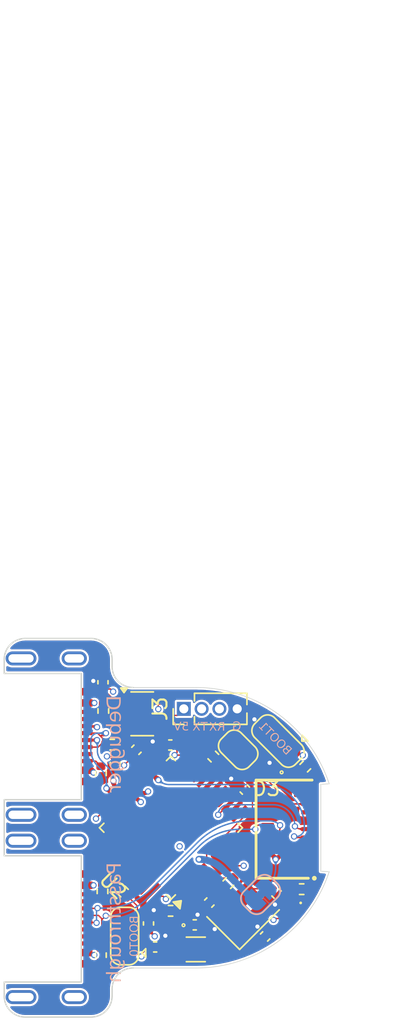
<source format=kicad_pcb>
(kicad_pcb (version 20240108) (generator "pcbnew") (generator_version "8.0")
  (layers (0 "F.Cu" signal) (1 "In1.Cu" signal) (2 "In2.Cu" signal) (31 "B.Cu" signal) (34 "B.Paste" user) (35 "F.Paste" user) (36 "B.SilkS" user "B.Silkscreen") (37 "F.SilkS" user "F.Silkscreen") (38 "B.Mask" user) (39 "F.Mask" user) (44 "Edge.Cuts" user))
  (net 0 "")
  (net 1 "GND")
  (net 2 "/OSCIN")
  (net 3 "/OSCOUT")
  (net 4 "3.3V")
  (net 5 "Net-(JP1-A)")
  (net 6 "5V")
  (net 7 "Net-(D2-K)")
  (net 8 "Net-(J1-CC1)")
  (net 9 "/USBDP")
  (net 10 "/USBDM")
  (net 11 "Net-(J1-CC2)")
  (net 13 "/BOOT1")
  (net 14 "/BOOT0")
  (net 15 "5V(2)")
  (net 16 "Net-(J2-CC1)")
  (net 17 "Net-(U2-PC14)")
  (net 18 "Net-(U2-PC15)")
  (net 19 "Net-(D1-K)")
  (net 20 "Net-(U2-BOOT0)")
  (net 21 "Net-(U2-PB2)")
  (net 22 "/PC13")
  (net 49 "D+")
  (net 50 "D-")
  (net 51 "Net-(J2-CC2)")
  (net 53 "swc")
  (net 54 "swd")
  (net 61 "3VB")
  (net 62 "antenna")
  (net 63 "Batteryin")
  (net 65 "led")
  (net 66 "/RX")
  (net 67 "/TX")
  (footprint "Jumper:SolderJumper-3_P1.3mm_Open_RoundedPad1.0x1.5mm" (layer "F.Cu") (at 135.844236 93.819236 135)
    (property "Reference" "JP3" (hide yes))
    (property "Value" "Jumper_3_Open")
  )
  (footprint "Resistor_SMD:R_0402_1005Metric" (layer "F.Cu") (at 124.009996 94.074997 180)
    (property "Reference" "R11" (hide yes))
    (property "Value" "1.5K")
  )
  (footprint "Capacitor_SMD:C_0402_1005Metric" (layer "F.Cu") (at 129.899997 106.924997 180)
    (property "Reference" "C3" (hide yes))
    (property "Value" "12pF")
  )
  (footprint "Resistor_SMD:R_0402_1005Metric" (layer "F.Cu") (at 137.789997 95.639997 -135)
    (property "Reference" "R4" (hide yes))
    (property "Value" "10k")
  )
  (footprint "Capacitor_SMD:C_0402_1005Metric" (layer "F.Cu") (at 126.599997 106.824997 -90)
    (property "Reference" "C6" (hide yes))
    (property "Value" "10uF")
  )
  (footprint "Resistor_SMD:R_0402_1005Metric" (layer "F.Cu") (at 128.174997 105.924997)
    (property "Reference" "R3" (hide yes))
    (property "Value" "510Ω")
  )
  (footprint "Resistor_SMD:R_0402_1005Metric" (layer "F.Cu") (at 131.224997 94.924997 -45)
    (property "Reference" "R2" (hide yes))
    (property "Value" "10k")
  )
  (footprint "LED_SMD:LED_0402_1005Metric" (layer "F.Cu") (at 135.009997 96.049997 180)
    (property "Reference" "D3")
    (property "Value" "White")
  )
  (footprint "Resistor_SMD:R_0402_1005Metric" (layer "F.Cu") (at 123.202399 109.084196 90)
    (property "Reference" "R12" (hide yes))
    (property "Value" "5.1K")
  )
  (footprint "Capacitor_SMD:C_0402_1005Metric" (layer "F.Cu") (at 133.474997 97.274997 -45)
    (property "Reference" "C5" (hide yes))
    (property "Value" "100nF")
  )
  (footprint "Package_TO_SOT_SMD:SOT-23-5" (layer "F.Cu") (at 126.149997 91.874997)
    (property "Reference" "U1" (hide yes))
    (property "Value" "AP2112K-3.3")
  )
  (footprint "Library:FPC" (layer "F.Cu") (at 136.524997 100.099997 90)
    (property "Reference" "U4" (hide yes))
    (property "Value" "Conn_01x14_Socket")
  )
  (footprint "Crystal:Crystal_SMD_3215-2Pin_3.2x1.5mm" (layer "F.Cu") (at 129.974997 108.674997 180)
    (property "Reference" "Y1" (hide yes))
    (property "Value" "32.768KHZ")
  )
  (footprint "Capacitor_SMD:C_0402_1005Metric" (layer "F.Cu") (at 135.739408 104.689408 135)
    (property "Reference" "C10" (hide yes))
    (property "Value" "22pf")
  )
  (footprint "Capacitor_SMD:C_0402_1005Metric" (layer "F.Cu") (at 128.154997 94.099997)
    (property "Reference" "C8" (hide yes))
    (property "Value" "100nF")
  )
  (footprint "Capacitor_SMD:C_0402_1005Metric" (layer "F.Cu") (at 127.074997 108.499997 180)
    (property "Reference" "C9" (hide yes))
    (property "Value" "100nF")
  )
  (footprint "Capacitor_SMD:C_0402_1005Metric" (layer "F.Cu") (at 125.735586 94.439408 -135)
    (property "Reference" "C7" (hide yes))
    (property "Value" "100nF")
  )
  (footprint "Library:USB-C_C168688" (layer "F.Cu") (at 121.800003 106.495153 90)
    (property "Reference" "J2" (hide yes))
    (property "Value" "USB_C_Receptacle_USB2.0")
  )
  (footprint "Jumper:SolderJumper-3_P1.3mm_Open_RoundedPad1.0x1.5mm" (layer "F.Cu") (at 124.899997 107.724997 90)
    (property "Reference" "JP2" (hide yes))
    (property "Value" "Jumper_3_Open")
  )
  (footprint "Resistor_SMD:R_0402_1005Metric" (layer "F.Cu") (at 123.374997 91.674997 -90)
    (property "Reference" "R10" (hide yes))
    (property "Value" "5.1K")
  )
  (footprint "Capacitor_SMD:C_0402_1005Metric" (layer "F.Cu") (at 124.224997 95.449997 90)
    (property "Reference" "C1" (hide yes))
    (property "Value" "100nF")
  )
  (footprint "Capacitor_SMD:C_0402_1005Metric" (layer "F.Cu") (at 130.939408 105.335586 -135)
    (property "Reference" "C4" (hide yes))
    (property "Value" "12pF")
  )
  (footprint "Jumper:SolderJumper-2_P1.3mm_Open_RoundedPad1.0x1.5mm" (layer "F.Cu") (at 132.999997 94.439997 135)
    (property "Reference" "JP1" (hide yes))
    (property "Value" "SolderJumper_2_Open")
  )
  (footprint "Connector_PinHeader_1.27mm:PinHeader_1x04_P1.27mm_Vertical" (layer "F.Cu") (at 129.119997 91.519997 90)
    (property "Reference" "J3")
    (property "Value" "Conn_01x04_Pin")
  )
  (footprint "Resistor_SMD:R_0402_1005Metric" (layer "F.Cu") (at 137.529997 104.379997 180)
    (property "Reference" "R8" (hide yes))
    (property "Value" "510Ω")
  )
  (footprint "Package_QFP:LQFP-48_7x7mm_P0.5mm" (layer "F.Cu") (at 128.199997 99.999997 135)
    (property "Reference" "U2")
    (property "Value" "STM32F103CBTx")
  )
  (footprint "LED_SMD:LED_0402_1005Metric" (layer "F.Cu") (at 136.689997 106.129997 -135)
    (property "Reference" "D2" (hide yes))
    (property "Value" "BLUE")
  )
  (footprint "Resistor_SMD:R_0402_1005Metric" (layer "F.Cu") (at 123.199997 96.124997 90)
    (property "Reference" "R9" (hide yes))
    (property "Value" "5.1K")
  )
  (footprint "LED_SMD:LED_0402_1005Metric" (layer "F.Cu") (at 128.007498 106.949997 180)
    (property "Reference" "D1" (hide yes))
    (property "Value" "White")
  )
  (footprint "Crystal:Crystal_SMD_3225-4Pin_3.2x2.5mm" (layer "F.Cu") (at 133.349997 106.099997 45)
    (property "Reference" "Y2" (hide yes))
    (property "Value" "8Mhz")
  )
  (footprint "Resistor_SMD:R_0402_1005Metric" (layer "F.Cu") (at 123.316171 104.535878 -90)
    (property "Reference" "R13" (hide yes))
    (property "Value" "5.1K")
  )
  (footprint "Resistor_SMD:R_0402_1005Metric" (layer "F.Cu") (at 124.774997 104.549997 135)
    (property "Reference" "R1" (hide yes))
    (property "Value" "10k")
  )
  (footprint "Capacitor_SMD:C_0402_1005Metric" (layer "F.Cu") (at 134.924997 107.749997 -135)
    (property "Reference" "C11" (hide yes))
    (property "Value" "22pf")
  )
  (footprint "Resistor_SMD:R_0402_1005Metric" (layer "F.Cu") (at 132.299997 103.949997 -135)
    (property "Reference" "R7" (hide yes))
    (property "Value" "1M")
  )
  (footprint "Library:USB-C_C168688" (layer "F.Cu") (at 121.800003 93.495153 90)
    (property "Reference" "J1" (hide yes))
    (property "Value" "USB_C_Receptacle_USB2.0")
  )
  (footprint "Capacitor_SMD:C_0402_1005Metric" (layer "F.Cu") (at 123.349997 89.624997 -90)
    (property "Reference" "C2" (hide yes))
    (property "Value" "10uF")
  )
  (footprint "Jumper:SolderJumper-2_P1.3mm_Bridged_RoundedPad1.0x1.5mm" (layer "B.Cu") (at 134.599997 104.759997 45)
    (property "Reference" "JP5" (hide yes))
    (property "Value" "Jumper_2_Bridged")
  )
  (gr_line (start 122.500004 113.499992) (end 117.800003 113.499991) (stroke (width 0.1)) (layer "Edge.Cuts"))
  (gr_line (start 116.300003 102.000003) (end 116.300003 98.000003) (stroke (width 0.1)) (layer "Edge.Cuts"))
  (gr_line (start 138.899998 96.899999) (end 139.496885 96.868045) (stroke (width 0.05)) (layer "Edge.Cuts"))
  (gr_arc (start 123.999999 111.499992) (mid 124.439339 110.439331) (end 125.5 109.999985) (stroke (width 0.1)) (layer "Edge.Cuts"))
  (gr_line (start 121.800003 89.000003) (end 116.300003 89.000003) (stroke (width 0.1)) (layer "Edge.Cuts"))
  (gr_line (start 117.800005 86.499997) (end 122.500003 86.500003) (stroke (width 0.1)) (layer "Edge.Cuts"))
  (gr_line (start 139.496886 103.131951) (end 138.899998 103.099999) (stroke (width 0.05)) (layer "Edge.Cuts"))
  (gr_line (start 121.800003 98.000003) (end 121.800003 89.000003) (stroke (width 0.1)) (layer "Edge.Cuts"))
  (gr_arc (start 124.000006 111.999986) (mid 123.560668 113.060654) (end 122.500004 113.499992) (stroke (width 0.1)) (layer "Edge.Cuts"))
  (gr_arc (start 125.499999 90.000009) (mid 124.439338 89.560666) (end 123.999998 88.500003) (stroke (width 0.1)) (layer "Edge.Cuts"))
  (gr_arc (start 117.800003 113.499991) (mid 116.739338 113.060655) (end 116.299997 111.99999) (stroke (width 0.1)) (layer "Edge.Cuts"))
  (gr_line (start 125.5 109.999985) (end 129.999999 109.999997) (stroke (width 0.05)) (layer "Edge.Cuts"))
  (gr_arc (start 116.300003 88.000003) (mid 116.73934 86.939337) (end 117.800005 86.499997) (stroke (width 0.1)) (layer "Edge.Cuts"))
  (gr_arc (start 129.999998 89.999998) (mid 135.860053 91.896926) (end 139.496885 96.868045) (stroke (width 0.05)) (layer "Edge.Cuts"))
  (gr_line (start 116.300003 88.000003) (end 116.300003 89.000003) (stroke (width 0.1)) (layer "Edge.Cuts"))
  (gr_line (start 121.800003 102.000003) (end 116.300003 102.000003) (stroke (width 0.1)) (layer "Edge.Cuts"))
  (gr_line (start 121.800003 98.000003) (end 116.300003 98.000003) (stroke (width 0.1)) (layer "Edge.Cuts"))
  (gr_line (start 124.000006 111.999986) (end 123.999999 111.499992) (stroke (width 0.1)) (layer "Edge.Cuts"))
  (gr_line (start 123.999998 88.500003) (end 124.000005 88.000009) (stroke (width 0.1)) (layer "Edge.Cuts"))
  (gr_line (start 138.899998 103.099999) (end 138.899998 96.899999) (stroke (width 0.05)) (layer "Edge.Cuts"))
  (gr_line (start 129.999998 89.999998) (end 125.499999 90.000009) (stroke (width 0.05)) (layer "Edge.Cuts"))
  (gr_line (start 116.299997 111.99999) (end 116.300003 111.000003) (stroke (width 0.1)) (layer "Edge.Cuts"))
  (gr_arc (start 139.496886 103.131951) (mid 135.860053 108.10307) (end 129.999999 109.999997) (stroke (width 0.05)) (layer "Edge.Cuts"))
  (gr_line (start 121.800003 111.000003) (end 121.800003 102.000003) (stroke (width 0.1)) (layer "Edge.Cuts"))
  (gr_line (start 121.800003 111.000003) (end 116.300003 111.000003) (stroke (width 0.1)) (layer "Edge.Cuts"))
  (gr_arc (start 122.500003 86.500003) (mid 123.560664 86.939346) (end 124.000005 88.000009) (stroke (width 0.1)) (layer "Edge.Cuts"))
  (gr_text "Passthrough" (at 124.789997 102.469997 90) (layer "B.SilkS") (effects (font (size 1 1) (thickness 0.125)) (justify left bottom mirror)))
  (gr_text "BOOT0" (at 125.959997 106.269997 90) (layer "B.SilkS") (effects (font (size 0.6 0.6) (thickness 0.125)) (justify left bottom mirror)))
  (gr_text "5V" (at 129.489997 93.159997 0) (layer "B.SilkS") (effects (font (size 0.6 0.6) (thickness 0.125)) (justify left bottom mirror)))
  (gr_text "TX" (at 130.819997 93.169997 0) (layer "B.SilkS") (effects (font (size 0.6 0.6) (thickness 0.125)) (justify left bottom mirror)))
  (gr_text "Debugger" (at 124.789997 90.559997 90) (layer "B.SilkS") (effects (font (size 1 1) (thickness 0.125)) (justify left bottom mirror)))
  (gr_text "G" (at 133.219997 93.139997 0) (layer "B.SilkS") (effects (font (size 0.6 0.6) (thickness 0.125)) (justify left bottom mirror)))
  (gr_text "BOOT1\n" (at 136.409997 94.929997 -45) (layer "B.SilkS") (effects (font (size 0.6 0.6) (thickness 0.125)) (justify left bottom mirror)))
  (gr_text "RX" (at 132.079997 93.179997 0) (layer "B.SilkS") (effects (font (size 0.6 0.6) (thickness 0.125)) (justify left bottom mirror)))
  (segment (start 131.971139 106.276774) (end 131.971139 106.228855) (width 0.1) (layer "F.Cu") (net 1))
  (segment (start 126.599997 106.249997) (end 126.599997 106.344997) (width 0.1) (layer "F.Cu") (net 1))
  (segment (start 127.554997 108.499997) (end 127.554997 107.944997) (width 0.1) (layer "F.Cu") (net 1))
  (segment (start 130.379997 106.479997) (end 130.099997 106.199997) (width 0.1) (layer "F.Cu") (net 1))
  (segment (start 127.149997 94.099997) (end 126.899997 93.849997) (width 0.1) (layer "F.Cu") (net 1))
  (segment (start 132.935586 96.935586) (end 132.499997 96.499997) (width 0.1) (layer "F.Cu") (net 1))
  (segment (start 135.494997 95.624997) (end 135.239997 95.369997) (width 0.1) (layer "F.Cu") (net 1))
  (segment (start 127.674997 94.099997) (end 127.149997 94.099997) (width 0.1) (layer "F.Cu") (net 1))
  (segment (start 131.971139 106.276774) (end 131.324997 106.922916) (width 0.1) (layer "F.Cu") (net 1))
  (segment (start 131.324997 106.922916) (end 131.324997 107.224997) (width 0.1) (layer "F.Cu") (net 1))
  (segment (start 131.971139 106.228855) (end 131.974997 106.224997) (width 0.1) (layer "F.Cu") (net 1))
  (segment (start 135.494997 96.049997) (end 135.494997 95.624997) (width 0.1) (layer "F.Cu") (net 1))
  (segment (start 134.735586 107.410586) (end 134.374997 107.049997) (width 0.1) (layer "F.Cu") (net 1))
  (segment (start 134.294997 92.269997) (end 134.159997 92.269997) (width 0.1) (layer "F.Cu") (net 1))
  (segment (start 134.924997 92.899997) (end 134.294997 92.269997) (width 0.1) (layer "F.Cu") (net 1))
  (segment (start 130.379997 106.924997) (end 130.379997 106.479997) (width 0.1) (layer "F.Cu") (net 1))
  (segment (start 134.728855 105.92322) (end 135.176774 105.92322) (width 0.1) (layer "F.Cu") (net 1))
  (segment (start 127.554997 107.944997) (end 127.799997 107.699997) (width 0.1) (layer "F.Cu") (net 1))
  (segment (start 126.974997 105.874997) (end 126.599997 106.249997) (width 0.1) (layer "F.Cu") (net 1))
  (segment (start 135.264408 107.410586) (end 134.735586 107.410586) (width 0.1) (layer "F.Cu") (net 1))
  (segment (start 135.176774 105.92322) (end 135.624997 105.474997) (width 0.1) (layer "F.Cu") (net 1))
  (segment (start 133.135586 96.935586) (end 132.935586 96.935586) (width 0.1) (layer "F.Cu") (net 1))
  (via (at 132.499997 96.499997) (size 0.45) (drill 0.3) (layers "F.Cu" "B.Cu") (net 1))
  (via (at 131.324997 107.224997) (size 0.45) (drill 0.3) (layers "F.Cu" "B.Cu") (net 1))
  (via (at 126.899997 93.849997) (size 0.45) (drill 0.3) (layers "F.Cu" "B.Cu") (net 1))
  (via (at 134.159997 92.269997) (size 0.45) (drill 0.3) (layers "F.Cu" "B.Cu") (net 1))
  (via (at 127.799997 107.699997) (size 0.45) (drill 0.3) (layers "F.Cu" "B.Cu") (net 1))
  (via (at 135.239997 95.369997) (size 0.45) (drill 0.3) (layers "F.Cu" "B.Cu") (net 1))
  (via (at 130.099997 106.199997) (size 0.45) (drill 0.3) (layers "F.Cu" "B.Cu") (net 1))
  (via (at 122.659997 89.529997) (size 0.45) (drill 0.3) (layers "F.Cu" "B.Cu") (net 1))
  (via (at 134.374997 107.049997) (size 0.45) (drill 0.3) (layers "F.Cu" "B.Cu") (net 1))
  (via (at 126.974997 105.874997) (size 0.45) (drill 0.3) (layers "F.Cu" "B.Cu") (net 1))
  (via (at 135.624997 105.474997) (size 0.45) (drill 0.3) (layers "F.Cu" "B.Cu") (net 1))
  (segment (start 132.660621 103.854986) (end 132.660621 103.589373) (width 0.1) (layer "F.Cu") (net 2))
  (segment (start 133.526774 104.721139) (end 132.660621 103.854986) (width 0.1) (layer "F.Cu") (net 2))
  (segment (start 133.897916 104.349997) (end 133.526774 104.721139) (width 0.1) (layer "F.Cu") (net 2))
  (segment (start 130.966552 103.120106) (end 131.435819 103.589373) (width 0.1) (layer "F.Cu") (net 2))
  (segment (start 131.435819 103.589373) (end 132.660621 103.589373) (width 0.1) (layer "F.Cu") (net 2))
  (segment (start 135.399997 104.349997) (end 133.897916 104.349997) (width 0.1) (layer "F.Cu") (net 2))
  (segment (start 131.449961 104.310621) (end 130.612999 103.473659) (width 0.1) (layer "F.Cu") (net 3))
  (segment (start 133.17322 105.98322) (end 131.939373 104.749373) (width 0.1) (layer "F.Cu") (net 3))
  (segment (start 133.783773 108.089408) (end 133.17322 107.478855) (width 0.1) (layer "F.Cu") (net 3))
  (segment (start 131.939373 104.749373) (end 131.939373 104.310621) (width 0.1) (layer "F.Cu") (net 3))
  (segment (start 133.17322 107.478855) (end 133.17322 105.98322) (width 0.1) (layer "F.Cu") (net 3))
  (segment (start 131.939373 104.310621) (end 131.449961 104.310621) (width 0.1) (layer "F.Cu") (net 3))
  (segment (start 134.585586 108.089408) (end 133.783773 108.089408) (width 0.1) (layer "F.Cu") (net 3))
  (segment (start 126.607104 107.304997) (end 126.599997 107.304997) (width 0.1) (layer "F.Cu") (net 4))
  (segment (start 136.763475 94.738475) (end 137.518475 94.738475) (width 0.1) (layer "F.Cu") (net 4))
  (segment (start 126.599997 107.304997) (end 127.167498 107.304997) (width 0.1) (layer "F.Cu") (net 4))
  (segment (start 135.61705 106.472944) (end 135.519997 106.569997) (width 0.1) (layer "F.Cu") (net 4))
  (segment (start 125.396175 94.778819) (end 124.814229 94.196873) (width 0.1) (layer "F.Cu") (net 4))
  (segment (start 123.312121 99.001209) (end 123.198785 99.001209) (width 0.1) (layer "F.Cu") (net 4))
  (segment (start 126.599997 108.319997) (end 126.599997 107.304997) (width 0.1) (layer "F.Cu") (net 4))
  (segment (start 127.167498 107.304997) (end 127.522498 106.949997) (width 0.1) (layer "F.Cu") (net 4))
  (segment (start 137.518475 94.738475) (end 137.609997 94.829997) (width 0.1) (layer "F.Cu") (net 4))
  (segment (start 127.287497 90.924997) (end 127.287497 91.527497) (width 0.1) (layer "F.Cu") (net 4))
  (segment (start 128.634997 94.644997) (end 128.459997 94.819997) (width 0.1) (layer "F.Cu") (net 4))
  (segment (start 126.594997 108.499997) (end 126.594997 108.324997) (width 0.1) (layer "F.Cu") (net 4))
  (segment (start 127.287497 91.527497) (end 127.299997 91.539997) (width 0.1) (layer "F.Cu") (net 4))
  (segment (start 128.459997 94.819997) (end 128.906661 94.819997) (width 0.1) (layer "F.Cu") (net 4))
  (segment (start 137.304373 95.279373) (end 136.763475 94.738475) (width 0.1) (layer "F.Cu") (net 4))
  (segment (start 126.594997 108.324997) (end 126.599997 108.319997) (width 0.1) (layer "F.Cu") (net 4))
  (segment (start 127.647873 104.887873) (end 127.839997 105.079997) (width 0.1) (layer "F.Cu") (net 4))
  (segment (start 126.099997 109.174997) (end 126.099997 108.994997) (width 0.1) (layer "F.Cu") (net 4))
  (segment (start 132.677763 102.709997) (end 133.389997 102.709997) (width 0.1) (layer "F.Cu") (net 4))
  (segment (start 127.04144 107.739333) (end 126.607104 107.304997) (width 0.1) (layer "F.Cu") (net 4))
  (segment (start 125.949997 109.024997) (end 126.099997 109.174997) (width 0.1) (layer "F.Cu") (net 4))
  (segment (start 126.099997 108.994997) (end 126.594997 108.499997) (width 0.1) (layer "F.Cu") (net 4))
  (segment (start 125.237389 95.162164) (end 124.857089 95.542463) (width 0.1) (layer "F.Cu") (net 4))
  (segment (start 124.899997 109.024997) (end 125.949997 109.024997) (width 0.1) (layer "F.Cu") (net 4))
  (segment (start 128.634997 94.099997) (end 128.634997 94.644997) (width 0.1) (layer "F.Cu") (net 4))
  (segment (start 136.34705 106.472944) (end 135.61705 106.472944) (width 0.1) (layer "F.Cu") (net 4))
  (segment (start 128.906661 94.819997) (end 129.198785 95.112121) (width 0.1) (layer "F.Cu") (net 4))
  (segment (start 138.150621 95.279373) (end 137.304373 95.279373) (width 0.1) (layer "F.Cu") (net 4))
  (segment (start 127.201209 104.887873) (end 127.647873 104.887873) (width 0.1) (layer "F.Cu") (net 4))
  (segment (start 123.198785 99.001209) (end 122.849997 99.349997) (width 0.1) (layer "F.Cu") (net 4))
  (segment (start 132.027212 102.059446) (end 132.677763 102.709997) (width 0.1) (layer "F.Cu") (net 4))
  (via (at 133.389997 102.709997) (size 0.45) (drill 0.3) (layers "F.Cu" "B.Cu") (net 4))
  (via (at 124.857089 95.542463) (size 0.45) (drill 0.3) (layers "F.Cu" "B.Cu") (net 4))
  (via (at 127.839997 105.079997) (size 0.45) (drill 0.3) (layers "F.Cu" "B.Cu") (net 4))
  (via (at 122.849997 99.349997) (size 0.45) (drill 0.3) (layers "F.Cu" "B.Cu") (net 4))
  (via (at 135.519997 106.569997) (size 0.45) (drill 0.3) (layers "F.Cu" "B.Cu") (net 4))
  (via (at 128.459997 94.819997) (size 0.45) (drill 0.3) (layers "F.Cu" "B.Cu") (net 4))
  (via (at 126.099997 109.174997) (size 0.45) (drill 0.3) (layers "F.Cu" "B.Cu") (net 4))
  (via (at 137.609997 94.829997) (size 0.45) (drill 0.3) (layers "F.Cu" "B.Cu") (net 4))
  (via (at 127.04144 107.739333) (size 0.45) (drill 0.3) (layers "F.Cu" "B.Cu") (net 4))
  (via (at 127.299997 91.539997) (size 0.45) (drill 0.3) (layers "F.Cu" "B.Cu") (net 4))
  (arc (start 125.396175 94.778819) (mid 125.354908 94.986284) (end 125.237389 95.162164) (width 0.1) (layer "F.Cu") (net 4))
  (arc (start 124.814229 94.196873) (mid 124.679234 94.106671) (end 124.519995 94.074997) (width 0.1) (layer "F.Cu") (net 4))
  (segment (start 130.749997 102.196443) (end 131.320106 102.766552) (width 0.1) (layer "F.Cu") (net 5))
  (segment (start 133.847533 96.714151) (end 133.847533 97.319997) (width 0.5) (layer "F.Cu") (net 5))
  (segment (start 133.459616 96.326234) (end 133.847533 96.714151) (width 0.5) (layer "F.Cu") (net 5))
  (segment (start 130.749997 101.879997) (end 130.749997 102.196443) (width 0.1) (layer "F.Cu") (net 5))
  (segment (start 133.814408 97.614408) (end 134.019997 97.819997) (width 0.1) (layer "F.Cu") (net 5))
  (segment (start 134.019997 98.609997) (end 130.749997 101.879997) (width 0.1) (layer "F.Cu") (net 5))
  (segment (start 133.459616 94.899616) (end 133.459616 96.326234) (width 0.5) (layer "F.Cu") (net 5))
  (segment (start 137.429373 96.000621) (end 136.400952 96.000621) (width 0.1) (layer "F.Cu") (net 5))
  (segment (start 134.019997 97.819997) (end 134.019997 98.609997) (width 0.1) (layer "F.Cu") (net 5))
  (segment (start 136.400952 96.000621) (end 135.299947 94.899616) (width 0.1) (layer "F.Cu") (net 5))
  (segment (start 133.847533 97.581283) (end 133.814408 97.614408) (width 0.5) (layer "F.Cu") (net 5))
  (segment (start 135.299947 94.899616) (end 133.459616 94.899616) (width 0.1) (layer "F.Cu") (net 5))
  (segment (start 133.847533 97.319997) (end 133.847533 97.581283) (width 0.5) (layer "F.Cu") (net 5))
  (segment (start 122.513003 95.900153) (end 122.675726 96.062876) (width 0.45) (layer "F.Cu") (net 6))
  (segment (start 128.649997 91.989997) (end 126.099997 91.989997) (width 0.1) (layer "F.Cu") (net 6))
  (segment (start 124.074957 90.291813) (end 123.888141 90.104997) (width 0.1) (layer "F.Cu") (net 6))
  (segment (start 125.674996 90.924997) (end 125.012497 90.924997) (width 0.1) (layer "F.Cu") (net 6))
  (segment (start 123.888141 90.104997) (end 123.349997 90.104997) (width 0.1) (layer "F.Cu") (net 6))
  (segment (start 122.200003 95.900153) (end 122.513003 95.900153) (width 0.45) (layer "F.Cu") (net 6))
  (segment (start 129.119997 91.519997) (end 128.649997 91.989997) (width 0.1) (layer "F.Cu") (net 6))
  (segment (start 123.689997 94.969997) (end 123.629997 94.909997) (width 0.1) (layer "F.Cu") (net 6))
  (segment (start 122.729841 91.100153) (end 122.729997 91.099997) (width 0.1) (layer "F.Cu") (net 6))
  (segment (start 126.099997 91.349998) (end 125.674996 90.924997) (width 0.1) (layer "F.Cu") (net 6))
  (segment (start 124.224997 94.969997) (end 123.689997 94.969997) (width 0.1) (layer "F.Cu") (net 6))
  (segment (start 122.200003 91.100153) (end 122.729841 91.100153) (width 0.1) (layer "F.Cu") (net 6))
  (segment (start 124.169997 90.924997) (end 123.349997 90.104997) (width 0.1) (layer "F.Cu") (net 6))
  (segment (start 126.099997 91.989997) (end 126.099997 91.349998) (width 0.1) (layer "F.Cu") (net 6))
  (segment (start 126.099997 92.399996) (end 126.099997 91.989997) (width 0.1) (layer "F.Cu") (net 6))
  (segment (start 125.012497 92.824997) (end 125.674996 92.824997) (width 0.1) (layer "F.Cu") (net 6))
  (segment (start 125.012497 90.924997) (end 124.169997 90.924997) (width 0.1) (layer "F.Cu") (net 6))
  (segment (start 125.674996 92.824997) (end 126.099997 92.399996) (width 0.1) (layer "F.Cu") (net 6))
  (via (at 130.199997 102.249997) (size 0.45) (drill 0.3) (layers "F.Cu" "B.Cu") (net 6))
  (via (at 123.629997 94.909997) (size 0.45) (drill 0.3) (layers "F.Cu" "B.Cu") (net 6))
  (via (at 122.729997 91.099997) (size 0.45) (drill 0.3) (layers "F.Cu" "B.Cu") (net 6))
  (via (at 124.074957 90.291813) (size 0.45) (drill 0.3) (layers "F.Cu" "B.Cu") (net 6))
  (via (at 122.675726 96.062876) (size 0.45) (drill 0.3) (layers "F.Cu" "B.Cu") (net 6))
  (segment (start 131.857192 102.936429) (end 134.140378 105.219616) (width 0.5) (layer "B.Cu") (net 6))
  (arc (start 130.199997 102.249997) (mid 131.096864 102.428395) (end 131.857192 102.936429) (width 0.5) (layer "B.Cu") (net 6))
  (segment (start 137.032944 105.387049) (end 138.039996 104.379997) (width 0.1) (layer "F.Cu") (net 7))
  (segment (start 137.032944 105.78705) (end 137.032944 105.387049) (width 0.1) (layer "F.Cu") (net 7))
  (segment (start 122.200003 92.250153) (end 123.30984 92.250153) (width 0.1) (layer "F.Cu") (net 8))
  (segment (start 123.30984 92.250153) (end 123.374997 92.184996) (width 0.1) (layer "F.Cu") (net 8))
  (segment (start 123.560381 93.253379) (end 123.381429 93.432331) (width 0.1) (layer "F.Cu") (net 9))
  (segment (start 123.324997 93.930328) (end 123.005172 94.250153) (width 0.1) (layer "F.Cu") (net 9))
  (segment (start 122.955484 93.250153) (end 123.137663 93.432331) (width 0.1) (layer "F.Cu") (net 9))
  (segment (start 122.200003 93.250153) (end 122.955484 93.250153) (width 0.1) (layer "F.Cu") (net 9))
  (segment (start 124.372782 97.940548) (end 123.637953 97.205719) (width 0.3) (layer "F.Cu") (net 9))
  (segment (start 123.381429 93.432331) (end 123.137663 93.432331) (width 0.1) (layer "F.Cu") (net 9))
  (segment (start 123.222663 93.517331) (end 123.324997 93.619666) (width 0.1) (layer "F.Cu") (net 9))
  (segment (start 123.324997 93.619666) (end 123.324997 93.930328) (width 0.1) (layer "F.Cu") (net 9))
  (segment (start 123.005172 94.250153) (end 122.200003 94.250153) (width 0.1) (layer "F.Cu") (net 9))
  (segment (start 123.137663 93.432331) (end 123.222663 93.517331) (width 0.1) (layer "F.Cu") (net 9))
  (via (at 123.560381 93.253379) (size 0.45) (drill 0.3) (layers "F.Cu" "B.Cu") (net 9))
  (via (at 123.599997 97.189997) (size 0.45) (drill 0.3) (layers "F.Cu" "B.Cu") (net 9))
  (arc (start 123.637953 97.205719) (mid 123.620539 97.194083) (end 123.599997 97.189997) (width 0.3) (layer "F.Cu") (net 9))
  (segment (start 123.599997 96.7879) (end 123.599997 97.189997) (width 0.1) (layer "B.Cu") (net 9))
  (segment (start 122.979997 95.599997) (end 123.198427 95.818426) (width 0.1) (layer "B.Cu") (net 9))
  (segment (start 122.479997 93.769997) (end 122.479997 94.392891) (width 0.1) (layer "B.Cu") (net 9))
  (segment (start 123.560381 93.253379) (end 122.996615 93.253379) (width 0.1) (layer "B.Cu") (net 9))
  (arc (start 123.198427 95.818426) (mid 123.495633 96.263224) (end 123.599997 96.7879) (width 0.1) (layer "B.Cu") (net 9))
  (arc (start 122.479997 94.392891) (mid 122.609943 95.046172) (end 122.979997 95.599997) (width 0.1) (layer "B.Cu") (net 9))
  (arc (start 122.996615 93.253379) (mid 122.631311 93.404693) (end 122.479997 93.769997) (width 0.1) (layer "B.Cu") (net 9))
  (segment (start 122.850153 92.750153) (end 122.924997 92.824997) (width 0.1) (layer "F.Cu") (net 10))
  (segment (start 122.200003 92.750153) (end 122.850153 92.750153) (width 0.1) (layer "F.Cu") (net 10))
  (segment (start 122.924997 93.749997) (end 122.924841 93.750153) (width 0.1) (layer "F.Cu") (net 10))
  (segment (start 122.924841 93.750153) (end 122.200003 93.750153) (width 0.1) (layer "F.Cu") (net 10))
  (segment (start 124.726335 97.586995) (end 124.309667 97.170327) (width 0.3) (layer "F.Cu") (net 10))
  (via (at 122.924997 93.749997) (size 0.45) (drill 0.3) (layers "F.Cu" "B.Cu") (net 10))
  (via (at 124.089997 96.639997) (size 0.45) (drill 0.3) (layers "F.Cu" "B.Cu") (net 10))
  (via (at 122.924997 92.824997) (size 0.45) (drill 0.3) (layers "F.Cu" "B.Cu") (net 10))
  (arc (start 124.309667 97.170327) (mid 124.147087 96.92701) (end 124.089997 96.639997) (width 0.3) (layer "F.Cu") (net 10))
  (segment (start 122.952248 93.777248) (end 122.952248 94.595613) (width 0.1) (layer "B.Cu") (net 10))
  (segment (start 123.259997 95.239997) (end 123.686946 95.666946) (width 0.1) (layer "B.Cu") (net 10))
  (segment (start 122.924997 93.749997) (end 122.952248 93.777248) (width 0.1) (layer "B.Cu") (net 10))
  (arc (start 122.952248 94.595613) (mid 123.051617 94.944117) (end 123.259997 95.239997) (width 0.1) (layer "B.Cu") (net 10))
  (arc (start 123.686946 95.666946) (mid 123.985247 96.113386) (end 124.089997 96.639997) (width 0.1) (layer "B.Cu") (net 10))
  (segment (start 122.835152 95.250153) (end 122.200003 95.250153) (width 0.1) (layer "F.Cu") (net 11))
  (segment (start 123.199997 95.614998) (end 122.835152 95.250153) (width 0.1) (layer "F.Cu") (net 11))
  (segment (start 130.864373 94.564373) (end 132.283987 93.144759) (width 0.1) (layer "F.Cu") (net 13))
  (segment (start 133.889895 93.144759) (end 135.094702 94.349566) (width 0.1) (layer "F.Cu") (net 13))
  (segment (start 135.094702 94.349566) (end 135.313906 94.349566) (width 0.1) (layer "F.Cu") (net 13))
  (segment (start 135.313906 94.349566) (end 135.844236 93.819236) (width 0.1) (layer "F.Cu") (net 13))
  (segment (start 132.283987 93.144759) (end 133.889895 93.144759) (width 0.1) (layer "F.Cu") (net 13))
  (segment (start 125.135621 104.910621) (end 125.804997 105.579997) (width 0.1) (layer "F.Cu") (net 14))
  (segment (start 125.804997 107.069997) (end 125.149997 107.724997) (width 0.1) (layer "F.Cu") (net 14))
  (segment (start 125.149997 107.724997) (end 124.899997 107.724997) (width 0.1) (layer "F.Cu") (net 14))
  (segment (start 125.804997 105.579997) (end 125.804997 107.069997) (width 0.1) (layer "F.Cu") (net 14))
  (segment (start 137.944997 101.899997) (end 136.519971 101.899997) (width 0.3) (layer "F.Cu") (net 15))
  (segment (start 122.200003 108.900153) (end 122.551291 108.900153) (width 0.1) (layer "F.Cu") (net 15))
  (segment (start 122.666564 104.100153) (end 122.671172 104.104761) (width 0.1) (layer "F.Cu") (net 15))
  (segment (start 122.551291 108.900153) (end 122.725754 109.074616) (width 0.1) (layer "F.Cu") (net 15))
  (segment (start 135.104997 101.599997) (end 135.618428 102.113428) (width 0.3) (layer "F.Cu") (net 15))
  (segment (start 122.200003 104.100153) (end 122.666564 104.100153) (width 0.1) (layer "F.Cu") (net 15))
  (via (at 122.725754 109.074616) (size 0.45) (drill 0.3) (layers "F.Cu" "B.Cu") (net 15))
  (via (at 135.674997 102.249997) (size 0.45) (drill 0.3) (layers "F.Cu" "B.Cu") (net 15))
  (via (at 128.819997 101.324997) (size 0.45) (drill 0.3) (layers "F.Cu" "B.Cu") (net 15))
  (via (at 122.671172 104.104761) (size 0.45) (drill 0.3) (layers "F.Cu" "B.Cu") (net 15))
  (arc (start 136.519971 101.899997) (mid 136.062675 101.990959) (end 135.674997 102.249997) (width 0.3) (layer "F.Cu") (net 15))
  (arc (start 135.618428 102.113428) (mid 135.660295 102.176086) (end 135.674997 102.249997) (width 0.3) (layer "F.Cu") (net 15))
  (segment (start 135.674997 102.814717) (end 135.674997 102.249997) (width 0.1) (layer "B.Cu") (net 15))
  (arc (start 135.059616 104.300378) (mid 135.515065 103.618751) (end 135.674997 102.814717) (width 0.1) (layer "B.Cu") (net 15))
  (segment (start 123.111895 105.250153) (end 122.200003 105.250153) (width 0.1) (layer "F.Cu") (net 16))
  (segment (start 123.316171 105.045877) (end 123.111895 105.250153) (width 0.1) (layer "F.Cu") (net 16))
  (segment (start 129.419997 106.204459) (end 129.419997 106.924997) (width 0.1) (layer "F.Cu") (net 17))
  (segment (start 129.419997 107.979998) (end 128.724998 108.674997) (width 0.1) (layer "F.Cu") (net 17))
  (segment (start 129.419997 106.924997) (end 129.419997 107.979998) (width 0.1) (layer "F.Cu") (net 17))
  (segment (start 130.3003 104.575174) (end 130.3003 105.324156) (width 0.1) (layer "F.Cu") (net 17))
  (segment (start 129.905892 104.180766) (end 130.3003 104.575174) (width 0.1) (layer "F.Cu") (net 17))
  (segment (start 130.3003 105.324156) (end 129.419997 106.204459) (width 0.1) (layer "F.Cu") (net 17))
  (segment (start 130.259446 103.827212) (end 131.278819 104.846585) (width 0.1) (layer "F.Cu") (net 18))
  (segment (start 131.224996 108.674997) (end 130.9019 108.351901) (width 0.1) (layer "F.Cu") (net 18))
  (segment (start 130.9019 106.023632) (end 131.278819 105.646713) (width 0.1) (layer "F.Cu") (net 18))
  (segment (start 130.9019 108.351901) (end 130.9019 106.023632) (width 0.1) (layer "F.Cu") (net 18))
  (segment (start 131.278819 104.846585) (end 131.278819 104.996175) (width 0.1) (layer "F.Cu") (net 18))
  (segment (start 131.278819 105.646713) (end 131.278819 104.996175) (width 0.1) (layer "F.Cu") (net 18))
  (segment (start 128.492498 106.752497) (end 128.492498 106.949997) (width 0.1) (layer "F.Cu") (net 19))
  (segment (start 127.664998 105.924997) (end 128.492498 106.752497) (width 0.1) (layer "F.Cu") (net 19))
  (segment (start 125.071281 104.189373) (end 125.786995 103.473659) (width 0.1) (layer "F.Cu") (net 20))
  (segment (start 124.414373 104.189373) (end 125.071281 104.189373) (width 0.1) (layer "F.Cu") (net 20))
  (segment (start 131.585621 95.285621) (end 131.585621 95.553713) (width 0.1) (layer "F.Cu") (net 21))
  (segment (start 131.585621 95.553713) (end 130.612999 96.526335) (width 0.1) (layer "F.Cu") (net 21))
  (segment (start 128.450824 105.690825) (end 128.450824 104.380718) (width 0.1) (layer "F.Cu") (net 22))
  (segment (start 128.450824 104.380718) (end 128.901545 103.929997) (width 0.1) (layer "F.Cu") (net 22))
  (segment (start 128.684996 105.924997) (end 128.450824 105.690825) (width 0.1) (layer "F.Cu") (net 22))
  (segment (start 128.948017 103.929997) (end 129.552339 104.534319) (width 0.1) (layer "F.Cu") (net 22))
  (segment (start 128.901545 103.929997) (end 128.948017 103.929997) (width 0.1) (layer "F.Cu") (net 22))
  (segment (start 123.264997 106.649997) (end 123.264997 107.004997) (width 0.1) (layer "F.Cu") (net 49))
  (segment (start 123.019841 107.250153) (end 122.200003 107.250153) (width 0.1) (layer "F.Cu") (net 49))
  (segment (start 122.200003 106.250153) (end 123.030153 106.250153) (width 0.1) (layer "F.Cu") (net 49))
  (segment (start 123.264997 106.559997) (end 123.549997 106.274997) (width 0.1) (layer "F.Cu") (net 49))
  (segment (start 123.264997 106.649997) (end 123.264997 106.559997) (width 0.1) (layer "F.Cu") (net 49))
  (segment (start 123.030153 106.250153) (end 123.264997 106.484997) (width 0.1) (layer "F.Cu") (net 49))
  (segment (start 135.104996 99.799997) (end 134.529997 99.799997) (width 0.1) (layer "F.Cu") (net 49))
  (segment (start 123.264997 106.484997) (end 123.264997 106.649997) (width 0.1) (layer "F.Cu") (net 49))
  (segment (start 123.264997 107.004997) (end 123.019841 107.250153) (width 0.1) (layer "F.Cu") (net 49))
  (via (at 134.219997 100.109997) (size 0.45) (drill 0.3) (layers "F.Cu" "B.Cu") (net 49))
  (via (at 123.549997 106.274997) (size 0.45) (drill 0.3) (layers "F.Cu" "B.Cu") (net 49))
  (arc (start 134.529997 99.799997) (mid 134.310794 99.890794) (end 134.219997 100.109997) (width 0.1) (layer "F.Cu") (net 49))
  (segment (start 134.219997 100.109997) (end 133.109982 100.109997) (width 0.1) (layer "B.Cu") (net 49))
  (segment (start 126.460614 105.06938) (end 130.224997 101.304997) (width 0.1) (layer "B.Cu") (net 49))
  (arc (start 133.109982 100.109997) (mid 131.54864 100.420567) (end 130.224997 101.304997) (width 0.1) (layer "B.Cu") (net 49))
  (arc (start 123.549997 106.274997) (mid 125.125212 105.961667) (end 126.460614 105.06938) (width 0.1) (layer "B.Cu") (net 49))
  (segment (start 135.989997 99.819997) (end 135.989998 100.012616) (width 0.1) (layer "F.Cu") (net 50))
  (segment (start 122.860153 106.750153) (end 122.889997 106.779997) (width 0.1) (layer "F.Cu") (net 50))
  (segment (start 122.200003 105.750153) (end 122.939841 105.750153) (width 0.1) (layer "F.Cu") (net 50))
  (segment (start 122.939841 105.750153) (end 122.959997 105.729997) (width 0.1) (layer "F.Cu") (net 50))
  (segment (start 135.602619 100.399997) (end 135.104996 100.399997) (width 0.1) (layer "F.Cu") (net 50))
  (segment (start 122.200003 106.750153) (end 122.860153 106.750153) (width 0.1) (layer "F.Cu") (net 50))
  (via (at 135.989997 99.819997) (size 0.45) (drill 0.3) (layers "F.Cu" "B.Cu") (net 50))
  (via (at 122.889997 106.779997) (size 0.45) (drill 0.3) (layers "F.Cu" "B.Cu") (net 50))
  (via (at 122.959997 105.729997) (size 0.45) (drill 0.3) (layers "F.Cu" "B.Cu") (net 50))
  (arc (start 135.989998 100.012616) (mid 135.876538 100.286536) (end 135.602619 100.399997) (width 0.1) (layer "F.Cu") (net 50))
  (segment (start 122.959997 105.729997) (end 123.459549 105.729997) (width 0.1) (layer "B.Cu") (net 50))
  (segment (start 135.241591 99.509997) (end 133.796672 99.509997) (width 0.1) (layer "B.Cu") (net 50))
  (segment (start 122.889997 106.779997) (end 122.889997 105.799997) (width 0.1) (layer "B.Cu") (net 50))
  (segment (start 130.114997 101.034997) (end 126.806242 104.343752) (width 0.1) (layer "B.Cu") (net 50))
  (segment (start 122.889997 105.799997) (end 122.959997 105.729997) (width 0.1) (layer "B.Cu") (net 50))
  (arc (start 126.806242 104.343752) (mid 125.270766 105.369724) (end 123.459549 105.729997) (width 0.1) (layer "B.Cu") (net 50))
  (arc (start 133.796672 99.509997) (mid 131.804164 99.906331) (end 130.114997 101.034997) (width 0.1) (layer "B.Cu") (net 50))
  (arc (start 135.989997 99.819997) (mid 135.646626 99.590563) (end 135.241591 99.509997) (width 0.1) (layer "B.Cu") (net 50))
  (segment (start 123.202399 108.574197) (end 122.878355 108.250153) (width 0.1) (layer "F.Cu") (net 51))
  (segment (start 122.878355 108.250153) (end 122.200003 108.250153) (width 0.1) (layer "F.Cu") (net 51))
  (segment (start 137.944998 100.099997) (end 137.532839 100.099997) (width 0.1) (layer "F.Cu") (net 53))
  (segment (start 132.355892 98.294102) (end 131.574997 99.074997) (width 0.1) (layer "F.Cu") (net 53))
  (segment (start 132.380766 98.294102) (end 132.355892 98.294102) (width 0.1) (layer "F.Cu") (net 53))
  (via (at 131.574997 99.074997) (size 0.45) (drill 0.3) (layers "F.Cu" "B.Cu") (net 53))
  (via (at 137.049997 99.899997) (size 0.45) (drill 0.3) (layers "F.Cu" "B.Cu") (net 53))
  (arc (start 137.532839 100.099997) (mid 137.271527 100.048019) (end 137.049997 99.899997) (width 0.1) (layer "F.Cu") (net 53))
  (segment (start 131.574997 99.074997) (end 131.574997 99.064997) (width 0.1) (layer "B.Cu") (net 53))
  (segment (start 135.509997 98.359997) (end 132.279997 98.359997) (width 0.1) (layer "B.Cu") (net 53))
  (arc (start 137.049997 99.899997) (mid 136.598941 98.811053) (end 135.509997 98.359997) (width 0.1) (layer "B.Cu") (net 53))
  (arc (start 131.574997 99.064997) (mid 131.781487 98.566487) (end 132.279997 98.359997) (width 0.1) (layer "B.Cu") (net 53))
  (segment (start 126.519228 95.819228) (end 127.299997 96.599997) (width 0.3) (layer "F.Cu") (net 54))
  (segment (start 126.494102 95.819228) (end 126.519228 95.819228) (width 0.3) (layer "F.Cu") (net 54))
  (segment (start 137.944998 100.699997) (end 137.183134 100.699997) (width 0.1) (layer "F.Cu") (net 54))
  (via (at 127.299997 96.599997) (size 0.45) (drill 0.3) (layers "F.Cu" "B.Cu") (net 54))
  (via (at 136.989997 100.619997) (size 0.45) (drill 0.3) (layers "F.Cu" "B.Cu") (net 54))
  (arc (start 137.183134 100.699997) (mid 137.078609 100.679206) (end 136.989997 100.619997) (width 0.1) (layer "F.Cu") (net 54))
  (segment (start 128.072545 96.919997) (end 134.749997 96.919997) (width 0.1) (layer "B.Cu") (net 54))
  (segment (start 137.719997 99.889997) (end 137.719997 100.021599) (width 0.1) (layer "B.Cu") (net 54))
  (segment (start 137.111599 100.629997) (end 136.999997 100.629997) (width 0.1) (layer "B.Cu") (net 54))
  (arc (start 134.749997 96.919997) (mid 136.850104 97.78989) (end 137.719997 99.889997) (width 0.1) (layer "B.Cu") (net 54))
  (arc (start 136.999997 100.629997) (mid 136.992926 100.627068) (end 136.989997 100.619997) (width 0.1) (layer "B.Cu") (net 54))
  (arc (start 137.719997 100.021599) (mid 137.541801 100.451801) (end 137.111599 100.629997) (width 0.1) (layer "B.Cu") (net 54))
  (arc (start 127.299997 96.599997) (mid 127.654445 96.836832) (end 128.072545 96.919997) (width 0.1) (layer "B.Cu") (net 54))
  (segment (start 135.104996 100.999997) (end 135.832986 100.999997) (width 0.3) (layer "F.Cu") (net 63))
  (segment (start 136.557244 101.299998) (end 137.944997 101.299998) (width 0.3) (layer "F.Cu") (net 63))
  (arc (start 135.832986 100.999997) (mid 136.033476 101.039877) (end 136.203444 101.153444) (width 0.3) (layer "F.Cu") (net 63))
  (arc (start 136.203444 101.153444) (mid 136.365773 101.261912) (end 136.557244 101.299998) (width 0.3) (layer "F.Cu") (net 63))
  (segment (start 136.774997 98.299997) (end 137.944997 98.299997) (width 0.1) (layer "F.Cu") (net 65))
  (segment (start 134.524997 96.049997) (end 136.774997 98.299997) (width 0.1) (layer "F.Cu") (net 65))
  (segment (start 126.044997 98.162959) (end 126.009405 98.162959) (width 0.3) (layer "F.Cu") (net 66))
  (segment (start 126.009405 98.162959) (end 125.079888 97.233442) (width 0.3) (layer "F.Cu") (net 66))
  (via (at 126.044997 98.162959) (size 0.45) (drill 0.3) (layers "F.Cu" "B.Cu") (net 66))
  (segment (start 125.433442 96.879888) (end 125.966948 97.413394) (width 0.3) (layer "F.Cu") (net 67))
  (segment (start 126.248452 97.529997) (end 126.280292 97.529997) (width 0.3) (layer "F.Cu") (net 67))
  (via (at 126.569997 97.409997) (size 0.45) (drill 0.3) (layers "F.Cu" "B.Cu") (net 67))
  (arc (start 126.280292 97.529997) (mid 126.437079 97.49881) (end 126.569997 97.409997) (width 0.3) (layer "F.Cu") (net 67))
  (arc (start 125.966948 97.413394) (mid 126.096103 97.499693) (end 126.248452 97.529997) (width 0.3) (layer "F.Cu") (net 67))
  (zone (net 0) (net_name "") (layer "F.Cu") (connect_pads (clearance 0)) (min_thickness 0.25)
    (keepout (tracks allowed) (vias allowed) (pads allowed) (copperpour not_allowed) (footprints allowed))
    (fill (thermal_gap 0.5) (thermal_bridge_width 0.5))
    (polygon (pts (xy 128.224998 109.574997) (xy 131.724996 109.574997) (xy 131.724996 107.774997) (xy 128.224998 107.774997)))
  )
  (zone (net 0) (net_name "") (layer "F.Cu") (connect_pads (clearance 0)) (min_thickness 0.25)
    (keepout (tracks allowed) (vias allowed) (pads allowed) (copperpour not_allowed) (footprints allowed))
    (fill (thermal_gap 0.5) (thermal_bridge_width 0.5))
    (polygon (pts (xy 123.361378 100.016728) (xy 128.19762 104.843132) (xy 133.05253 99.988763) (xy 128.191639 95.156697)))
  )
  (zone (net 0) (net_name "") (layer "F.Cu") (connect_pads (clearance 0)) (min_thickness 0.25)
    (keepout (tracks allowed) (vias allowed) (pads allowed) (copperpour not_allowed) (footprints allowed))
    (fill (thermal_gap 0.5) (thermal_bridge_width 0.5))
    (polygon (pts (xy 132.718627 107.854616) (xy 135.193499 105.379744) (xy 133.920707 104.106951) (xy 131.445835 106.581824)))
  )
  (zone (net 1) (net_name "GND") (layers "F.Cu" "In1.Cu" "B.Cu") (connect_pads yes (clearance 0.15)) (min_thickness 0.15) (fill yes (thermal_gap 0.15) (thermal_bridge_width 0.5))
    (polygon (pts (xy 115.999997 85.999997) (xy 139.999997 85.999997) (xy 139.999997 113.999997) (xy 115.999997 113.999997)))
  )
)
</source>
